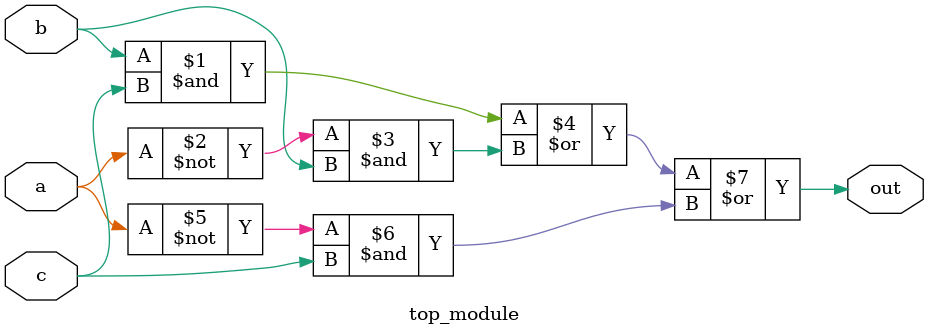
<source format=sv>
module top_module(
    input a,
    input b,
    input c,
    output out
);

assign out = (b & c) | (~a & b) | (~a & c);

endmodule

</source>
